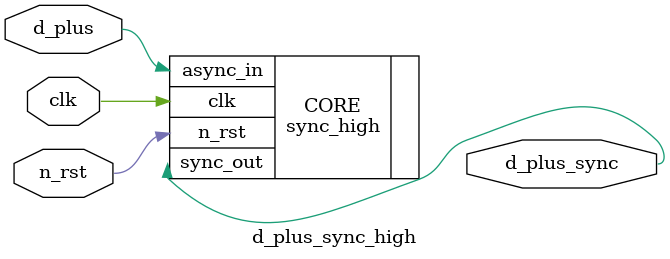
<source format=sv>
module d_plus_sync_high
(
    input wire clk,
    input wire n_rst,
    input wire d_plus,
    output reg d_plus_sync
);

sync_high
CORE(
    .clk(clk),
    .n_rst(n_rst),
    .async_in(d_plus),
    .sync_out(d_plus_sync)
);

endmodule
</source>
